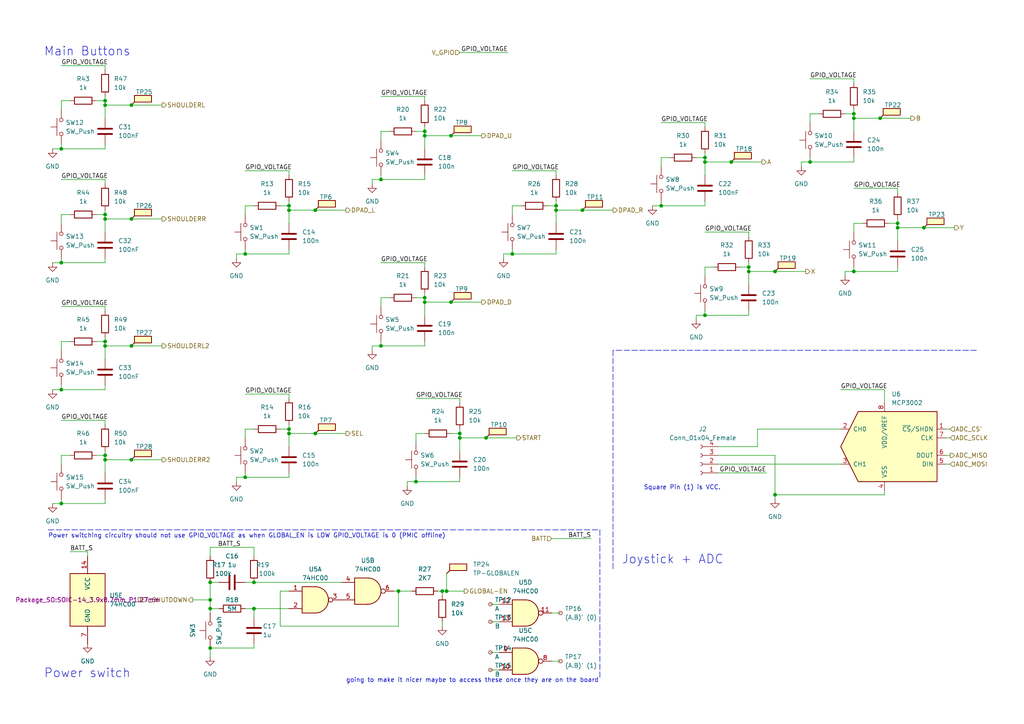
<source format=kicad_sch>
(kicad_sch (version 20211123) (generator eeschema)
  (paper "A4")
  (title_block (date "2022-04-23") (rev "Rev1-Pre") (comment 1 "https://github.com/cinnamondev/gamepithing"))
  (lib_symbols
    (symbol "74xx:74HC00" (pin_names (offset 1.016))
      (property "Reference" "U" (at 0 1.27 0))
      (property "Value" "74HC00" (at 0 -1.27 0))
      (symbol "74HC00_1_1"
        (pin input line (at -7.62 2.54 0) (length 3.81) (name "~") (number "1"))
        (pin input line (at -7.62 -2.54 0) (length 3.81) (name "~") (number "2"))
        (pin output inverted (at 7.62 0 180) (length 3.81) (name "~") (number "3"))
      )
      (symbol "74HC00_1_2"
        (pin input inverted (at -7.62 2.54 0) (length 4.318) (name "~") (number "1"))
        (pin input inverted (at -7.62 -2.54 0) (length 4.318) (name "~") (number "2"))
        (pin output line (at 7.62 0 180) (length 3.81) (name "~") (number "3"))
      )
      (symbol "74HC00_2_1"
        (pin input line (at -7.62 2.54 0) (length 3.81) (name "~") (number "4"))
        (pin input line (at -7.62 -2.54 0) (length 3.81) (name "~") (number "5"))
        (pin output inverted (at 7.62 0 180) (length 3.81) (name "~") (number "6"))
      )
      (symbol "74HC00_2_2"
        (pin input inverted (at -7.62 2.54 0) (length 4.318) (name "~") (number "4"))
        (pin input inverted (at -7.62 -2.54 0) (length 4.318) (name "~") (number "5"))
        (pin output line (at 7.62 0 180) (length 3.81) (name "~") (number "6"))
      )
      (symbol "74HC00_3_1"
        (pin input line (at -7.62 -2.54 0) (length 3.81) (name "~") (number "10"))
        (pin output inverted (at 7.62 0 180) (length 3.81) (name "~") (number "8"))
        (pin input line (at -7.62 2.54 0) (length 3.81) (name "~") (number "9"))
      )
      (symbol "74HC00_3_2"
        (pin input inverted (at -7.62 -2.54 0) (length 4.318) (name "~") (number "10"))
        (pin output line (at 7.62 0 180) (length 3.81) (name "~") (number "8"))
        (pin input inverted (at -7.62 2.54 0) (length 4.318) (name "~") (number "9"))
      )
      (symbol "74HC00_4_1"
        (pin output inverted (at 7.62 0 180) (length 3.81) (name "~") (number "11"))
        (pin input line (at -7.62 2.54 0) (length 3.81) (name "~") (number "12"))
        (pin input line (at -7.62 -2.54 0) (length 3.81) (name "~") (number "13"))
      )
      (symbol "74HC00_4_2"
        (pin output line (at 7.62 0 180) (length 3.81) (name "~") (number "11"))
        (pin input inverted (at -7.62 2.54 0) (length 4.318) (name "~") (number "12"))
        (pin input inverted (at -7.62 -2.54 0) (length 4.318) (name "~") (number "13"))
      )
      (symbol "74HC00_5_0"
        (pin power_in line (at 0 12.7 270) (length 5.08) (name "VCC") (number "14"))
        (pin power_in line (at 0 -12.7 90) (length 5.08) (name "GND") (number "7"))
      )
    )
    (symbol "Analog_ADC:MCP3002" (pin_names (offset 1.016))
      (property "Reference" "U" (at -6.35 11.43 0))
      (property "Value" "MCP3002" (at 11.43 11.43 0))
      (symbol "MCP3002_1_1"
        (pin input line (at 17.78 5.08 180) (length 2.54) (name "~{CS}/SHDN") (number "1"))
        (pin passive line (at -12.7 5.08 0) (length 2.54) (name "CH0") (number "2"))
        (pin passive line (at -12.7 -5.08 0) (length 2.54) (name "CH1") (number "3"))
        (pin power_in line (at 0 -12.7 90) (length 2.54) (name "VSS") (number "4"))
        (pin input line (at 17.78 -5.08 180) (length 2.54) (name "DIN") (number "5"))
        (pin output line (at 17.78 -2.54 180) (length 2.54) (name "DOUT") (number "6"))
        (pin input line (at 17.78 2.54 180) (length 2.54) (name "CLK") (number "7"))
        (pin power_in line (at 0 12.7 270) (length 2.54) (name "VDD/VREF") (number "8"))
      )
    )
    (symbol "Connector:Conn_01x04_Female" (pin_names (offset 1.016) hide)
      (property "Reference" "J" (at 0 5.08 0))
      (property "Value" "Conn_01x04_Female" (at 0 -7.62 0))
      (symbol "Conn_01x04_Female_1_1"
        (pin passive line (at -5.08 2.54 0) (length 3.81) (name "Pin_1") (number "1"))
        (pin passive line (at -5.08 0 0) (length 3.81) (name "Pin_2") (number "2"))
        (pin passive line (at -5.08 -2.54 0) (length 3.81) (name "Pin_3") (number "3"))
        (pin passive line (at -5.08 -5.08 0) (length 3.81) (name "Pin_4") (number "4"))
      )
    )
    (symbol "Connector:TestPoint_Flag" (pin_numbers hide) (pin_names (offset 0.762) hide)
      (property "Reference" "TP" (at 3.429 1.778 0))
      (property "Value" "TestPoint_Flag" (at 3.302 4.191 0))
      (symbol "TestPoint_Flag_1_1"
        (pin passive line (at 0 0 90) (length 0) (name "1") (number "1"))
      )
    )
    (symbol "Connector:TestPoint_Small" (pin_numbers hide) (pin_names (offset 0.762) hide)
      (property "Reference" "TP" (at 0 3.81 0))
      (property "Value" "TestPoint_Small" (at 0 2.032 0))
      (symbol "TestPoint_Small_1_1"
        (pin passive line (at 0 0 90) (length 0) (name "1") (number "1"))
      )
    )
    (symbol "Device:C" (pin_numbers hide) (pin_names (offset 0.254))
      (property "Reference" "C" (at 0.635 2.54 0))
      (property "Value" "C" (at 0.635 -2.54 0))
      (symbol "C_1_1"
        (pin passive line (at 0 3.81 270) (length 2.794) (name "~") (number "1"))
        (pin passive line (at 0 -3.81 90) (length 2.794) (name "~") (number "2"))
      )
    )
    (symbol "Device:R" (pin_numbers hide) (pin_names (offset 0))
      (property "Reference" "R" (at 2.032 0 90))
      (property "Value" "R" (at 0 0 90))
      (symbol "R_1_1"
        (pin passive line (at 0 3.81 270) (length 1.27) (name "~") (number "1"))
        (pin passive line (at 0 -3.81 90) (length 1.27) (name "~") (number "2"))
      )
    )
    (symbol "Switch:SW_Push" (pin_numbers hide) (pin_names (offset 1.016) hide)
      (property "Reference" "SW" (at 1.27 2.54 0))
      (property "Value" "SW_Push" (at 0 -1.524 0))
      (symbol "SW_Push_0_1"
        (pin passive line (at -5.08 0 0) (length 2.54) (name "1") (number "1"))
        (pin passive line (at 5.08 0 180) (length 2.54) (name "2") (number "2"))
      )
    )
    (symbol "power:GND" (power) (pin_names (offset 0))
      (property "Value" "GND" (at 0 -3.81 0))
      (symbol "GND_1_1"
        (pin power_in line (at 0 0 270) (length 0) hide (name "GND") (number "1"))
      )
    )
  )
  (junction (at 204.47 91.44))
  (junction (at 148.59 73.66))
  (junction (at 191.77 59.69))
  (junction (at 130.81 39.37))
  (junction (at 115.57 171.45))
  (junction (at 133.35 125.73))
  (junction (at 91.44 125.73))
  (junction (at 30.48 133.35))
  (junction (at 83.82 124.46))
  (junction (at 123.19 39.37))
  (junction (at 204.47 45.72))
  (junction (at 30.48 100.33))
  (junction (at 17.78 76.2))
  (junction (at 123.19 87.63))
  (junction (at 120.65 139.7))
  (junction (at 71.12 138.43))
  (junction (at 247.65 33.02))
  (junction (at 168.91 60.96))
  (junction (at 71.12 73.66))
  (junction (at 161.29 59.69))
  (junction (at 247.65 34.29))
  (junction (at 212.09 46.99))
  (junction (at 217.17 77.47))
  (junction (at 247.65 78.74))
  (junction (at 110.49 100.33))
  (junction (at 17.78 113.03))
  (junction (at 17.78 146.05))
  (junction (at 267.97 66.04))
  (junction (at 255.27 34.29))
  (junction (at 224.79 78.74))
  (junction (at 161.29 60.96))
  (junction (at 30.48 132.08))
  (junction (at 38.1 100.33))
  (junction (at 204.47 46.99))
  (junction (at 30.48 62.23))
  (junction (at 38.1 133.35))
  (junction (at 17.78 43.18))
  (junction (at 30.48 30.48))
  (junction (at 110.49 52.07))
  (junction (at 123.19 86.36))
  (junction (at 234.95 46.99))
  (junction (at 60.96 168.91))
  (junction (at 140.97 127))
  (junction (at 83.82 125.73))
  (junction (at 60.96 187.96))
  (junction (at 133.35 127))
  (junction (at 38.1 30.48))
  (junction (at 128.27 171.45))
  (junction (at 260.35 66.04))
  (junction (at 30.48 99.06))
  (junction (at 260.35 64.77))
  (junction (at 38.1 63.5))
  (junction (at 130.81 87.63))
  (junction (at 83.82 59.69))
  (junction (at 73.66 176.53))
  (junction (at 73.66 168.91))
  (junction (at 60.96 176.53))
  (junction (at 30.48 63.5))
  (junction (at 83.82 60.96))
  (junction (at 30.48 29.21))
  (junction (at 224.79 143.51))
  (junction (at 91.44 60.96))
  (junction (at 123.19 38.1))
  (junction (at 129.54 171.45))
  (junction (at 60.96 173.99))
  (junction (at 217.17 78.74))
  (wire (pts (xy 118.11 139.7) (xy 118.11 140.97)))
  (wire (pts (xy 110.49 27.94) (xy 123.19 27.94)))
  (wire (pts (xy 260.35 54.61) (xy 260.35 55.88)))
  (wire (pts (xy 71.12 124.46) (xy 73.66 124.46)))
  (wire (pts (xy 68.58 73.66) (xy 71.12 73.66)))
  (wire (pts (xy 161.29 60.96) (xy 168.91 60.96)))
  (wire (pts (xy 204.47 46.99) (xy 204.47 50.8)))
  (wire (pts (xy 110.49 50.8) (xy 110.49 52.07)))
  (wire (pts (xy 120.65 86.36) (xy 123.19 86.36)))
  (wire (pts (xy 110.49 40.64) (xy 110.49 38.1)))
  (wire (pts (xy 245.11 78.74) (xy 245.11 80.01)))
  (wire (pts (xy 133.35 115.57) (xy 133.35 116.84)))
  (wire (pts (xy 247.65 64.77) (xy 250.19 64.77)))
  (wire (pts (xy 71.12 168.91) (xy 73.66 168.91)))
  (wire (pts (xy 128.27 171.45) (xy 128.27 172.72)))
  (wire (pts (xy 201.93 45.72) (xy 204.47 45.72)))
  (wire (pts (xy 120.65 139.7) (xy 133.35 139.7)))
  (wire (pts (xy 161.29 49.53) (xy 161.29 50.8)))
  (wire (pts (xy 208.28 137.16) (xy 222.25 137.16)))
  (wire (pts (xy 120.65 128.27) (xy 120.65 125.73)))
  (wire (pts (xy 123.19 86.36) (xy 123.19 87.63)))
  (wire (pts (xy 247.65 78.74) (xy 260.35 78.74)))
  (wire (pts (xy 217.17 90.17) (xy 217.17 91.44)))
  (wire (pts (xy 247.65 34.29) (xy 247.65 38.1)))
  (wire (pts (xy 128.27 171.45) (xy 129.54 171.45)))
  (wire (pts (xy 123.19 38.1) (xy 123.19 36.83)))
  (wire (pts (xy 133.35 15.24) (xy 147.32 15.24)))
  (wire (pts (xy 20.32 160.02) (xy 25.4 160.02)))
  (wire (pts (xy 217.17 78.74) (xy 217.17 82.55)))
  (wire (pts (xy 208.28 134.62) (xy 243.84 134.62)))
  (wire (pts (xy 191.77 35.56) (xy 204.47 35.56)))
  (wire (pts (xy 60.96 168.91) (xy 63.5 168.91)))
  (wire (pts (xy 30.48 100.33) (xy 30.48 104.14)))
  (wire (pts (xy 274.32 132.08) (xy 275.59 132.08)))
  (wire (pts (xy 71.12 176.53) (xy 73.66 176.53)))
  (wire (pts (xy 71.12 72.39) (xy 71.12 73.66)))
  (polyline (pts (xy 173.99 153.67) (xy 173.99 196.85)))
  (wire (pts (xy 107.95 100.33) (xy 107.95 101.6)))
  (wire (pts (xy 83.82 72.39) (xy 83.82 73.66)))
  (wire (pts (xy 247.65 33.02) (xy 247.65 34.29)))
  (wire (pts (xy 30.48 62.23) (xy 30.48 60.96)))
  (wire (pts (xy 201.93 91.44) (xy 204.47 91.44)))
  (wire (pts (xy 73.66 158.75) (xy 73.66 161.29)))
  (wire (pts (xy 160.02 177.8) (xy 162.56 177.8)))
  (wire (pts (xy 60.96 158.75) (xy 73.66 158.75)))
  (wire (pts (xy 256.54 142.24) (xy 256.54 143.51)))
  (wire (pts (xy 123.19 87.63) (xy 123.19 91.44)))
  (wire (pts (xy 160.02 156.21) (xy 171.45 156.21)))
  (wire (pts (xy 83.82 125.73) (xy 83.82 129.54)))
  (wire (pts (xy 257.81 64.77) (xy 260.35 64.77)))
  (wire (pts (xy 17.78 99.06) (xy 20.32 99.06)))
  (wire (pts (xy 60.96 187.96) (xy 73.66 187.96)))
  (wire (pts (xy 71.12 127) (xy 71.12 124.46)))
  (wire (pts (xy 247.65 33.02) (xy 247.65 31.75)))
  (wire (pts (xy 158.75 59.69) (xy 161.29 59.69)))
  (wire (pts (xy 247.65 45.72) (xy 247.65 46.99)))
  (wire (pts (xy 274.32 134.62) (xy 275.59 134.62)))
  (wire (pts (xy 71.12 137.16) (xy 71.12 138.43)))
  (wire (pts (xy 120.65 125.73) (xy 123.19 125.73)))
  (wire (pts (xy 81.28 181.61) (xy 81.28 171.45)))
  (wire (pts (xy 110.49 100.33) (xy 123.19 100.33)))
  (wire (pts (xy 191.77 58.42) (xy 191.77 59.69)))
  (wire (pts (xy 17.78 62.23) (xy 20.32 62.23)))
  (wire (pts (xy 128.27 180.34) (xy 128.27 181.61)))
  (wire (pts (xy 214.63 77.47) (xy 217.17 77.47)))
  (wire (pts (xy 73.66 187.96) (xy 73.66 186.69)))
  (wire (pts (xy 68.58 138.43) (xy 71.12 138.43)))
  (wire (pts (xy 30.48 29.21) (xy 30.48 27.94)))
  (wire (pts (xy 133.35 125.73) (xy 133.35 127)))
  (wire (pts (xy 114.3 171.45) (xy 115.57 171.45)))
  (wire (pts (xy 73.66 168.91) (xy 99.06 168.91)))
  (wire (pts (xy 83.82 60.96) (xy 91.44 60.96)))
  (wire (pts (xy 243.84 113.03) (xy 256.54 113.03)))
  (wire (pts (xy 30.48 121.92) (xy 30.48 123.19)))
  (wire (pts (xy 274.32 124.46) (xy 275.59 124.46)))
  (wire (pts (xy 68.58 73.66) (xy 68.58 74.93)))
  (wire (pts (xy 189.23 59.69) (xy 191.77 59.69)))
  (wire (pts (xy 161.29 72.39) (xy 161.29 73.66)))
  (wire (pts (xy 83.82 49.53) (xy 83.82 50.8)))
  (wire (pts (xy 217.17 78.74) (xy 224.79 78.74)))
  (wire (pts (xy 245.11 78.74) (xy 247.65 78.74)))
  (wire (pts (xy 217.17 77.47) (xy 217.17 78.74)))
  (wire (pts (xy 15.24 43.18) (xy 17.78 43.18)))
  (wire (pts (xy 267.97 66.04) (xy 276.86 66.04)))
  (wire (pts (xy 30.48 30.48) (xy 30.48 34.29)))
  (wire (pts (xy 110.49 88.9) (xy 110.49 86.36)))
  (wire (pts (xy 81.28 171.45) (xy 83.82 171.45)))
  (wire (pts (xy 60.96 176.53) (xy 60.96 177.8)))
  (wire (pts (xy 30.48 133.35) (xy 38.1 133.35)))
  (wire (pts (xy 161.29 60.96) (xy 161.29 64.77)))
  (wire (pts (xy 168.91 60.96) (xy 177.8 60.96)))
  (wire (pts (xy 110.49 52.07) (xy 123.19 52.07)))
  (wire (pts (xy 17.78 144.78) (xy 17.78 146.05)))
  (polyline (pts (xy 283.21 101.6) (xy 177.8 101.6)))
  (wire (pts (xy 234.95 46.99) (xy 247.65 46.99)))
  (wire (pts (xy 260.35 77.47) (xy 260.35 78.74)))
  (wire (pts (xy 123.19 39.37) (xy 123.19 43.18)))
  (wire (pts (xy 55.88 173.99) (xy 60.96 173.99)))
  (wire (pts (xy 30.48 41.91) (xy 30.48 43.18)))
  (wire (pts (xy 71.12 59.69) (xy 73.66 59.69)))
  (wire (pts (xy 38.1 100.33) (xy 46.99 100.33)))
  (wire (pts (xy 27.94 62.23) (xy 30.48 62.23)))
  (wire (pts (xy 60.96 187.96) (xy 60.96 190.5)))
  (wire (pts (xy 146.05 73.66) (xy 146.05 74.93)))
  (wire (pts (xy 234.95 22.86) (xy 247.65 22.86)))
  (wire (pts (xy 30.48 100.33) (xy 38.1 100.33)))
  (wire (pts (xy 140.97 127) (xy 149.86 127)))
  (wire (pts (xy 110.49 99.06) (xy 110.49 100.33)))
  (wire (pts (xy 247.65 67.31) (xy 247.65 64.77)))
  (wire (pts (xy 142.24 175.26) (xy 144.78 175.26)))
  (wire (pts (xy 204.47 91.44) (xy 217.17 91.44)))
  (wire (pts (xy 204.47 67.31) (xy 217.17 67.31)))
  (wire (pts (xy 224.79 78.74) (xy 233.68 78.74)))
  (wire (pts (xy 224.79 143.51) (xy 224.79 132.08)))
  (wire (pts (xy 219.71 124.46) (xy 243.84 124.46)))
  (wire (pts (xy 204.47 35.56) (xy 204.47 36.83)))
  (wire (pts (xy 15.24 76.2) (xy 17.78 76.2)))
  (wire (pts (xy 204.47 58.42) (xy 204.47 59.69)))
  (wire (pts (xy 129.54 171.45) (xy 134.62 171.45)))
  (wire (pts (xy 30.48 52.07) (xy 30.48 53.34)))
  (wire (pts (xy 146.05 73.66) (xy 148.59 73.66)))
  (wire (pts (xy 217.17 67.31) (xy 217.17 68.58)))
  (wire (pts (xy 260.35 64.77) (xy 260.35 63.5)))
  (wire (pts (xy 133.35 127) (xy 133.35 130.81)))
  (wire (pts (xy 224.79 144.78) (xy 224.79 143.51)))
  (wire (pts (xy 17.78 41.91) (xy 17.78 43.18)))
  (wire (pts (xy 123.19 99.06) (xy 123.19 100.33)))
  (wire (pts (xy 208.28 129.54) (xy 219.71 129.54)))
  (wire (pts (xy 30.48 88.9) (xy 30.48 90.17)))
  (wire (pts (xy 212.09 46.99) (xy 220.98 46.99)))
  (wire (pts (xy 232.41 46.99) (xy 232.41 48.26)))
  (wire (pts (xy 91.44 125.73) (xy 100.33 125.73)))
  (wire (pts (xy 123.19 86.36) (xy 123.19 85.09)))
  (wire (pts (xy 81.28 124.46) (xy 83.82 124.46)))
  (wire (pts (xy 60.96 176.53) (xy 63.5 176.53)))
  (wire (pts (xy 120.65 115.57) (xy 133.35 115.57)))
  (wire (pts (xy 17.78 74.93) (xy 17.78 76.2)))
  (wire (pts (xy 118.11 139.7) (xy 120.65 139.7)))
  (wire (pts (xy 260.35 64.77) (xy 260.35 66.04)))
  (wire (pts (xy 30.48 132.08) (xy 30.48 130.81)))
  (wire (pts (xy 110.49 86.36) (xy 113.03 86.36)))
  (wire (pts (xy 274.32 127) (xy 275.59 127)))
  (wire (pts (xy 204.47 80.01) (xy 204.47 77.47)))
  (wire (pts (xy 204.47 46.99) (xy 212.09 46.99)))
  (wire (pts (xy 148.59 59.69) (xy 151.13 59.69)))
  (wire (pts (xy 142.24 180.34) (xy 144.78 180.34)))
  (wire (pts (xy 201.93 91.44) (xy 201.93 92.71)))
  (wire (pts (xy 91.44 60.96) (xy 100.33 60.96)))
  (wire (pts (xy 27.94 132.08) (xy 30.48 132.08)))
  (wire (pts (xy 17.78 43.18) (xy 30.48 43.18)))
  (wire (pts (xy 133.35 138.43) (xy 133.35 139.7)))
  (wire (pts (xy 83.82 60.96) (xy 83.82 64.77)))
  (wire (pts (xy 217.17 77.47) (xy 217.17 76.2)))
  (wire (pts (xy 161.29 59.69) (xy 161.29 60.96)))
  (wire (pts (xy 81.28 181.61) (xy 115.57 181.61)))
  (wire (pts (xy 260.35 66.04) (xy 260.35 69.85)))
  (wire (pts (xy 204.47 90.17) (xy 204.47 91.44)))
  (wire (pts (xy 17.78 64.77) (xy 17.78 62.23)))
  (wire (pts (xy 130.81 125.73) (xy 133.35 125.73)))
  (wire (pts (xy 38.1 133.35) (xy 46.99 133.35)))
  (wire (pts (xy 107.95 52.07) (xy 107.95 53.34)))
  (wire (pts (xy 160.02 191.77) (xy 162.56 191.77)))
  (wire (pts (xy 219.71 129.54) (xy 219.71 124.46)))
  (wire (pts (xy 120.65 138.43) (xy 120.65 139.7)))
  (wire (pts (xy 120.65 38.1) (xy 123.19 38.1)))
  (wire (pts (xy 224.79 143.51) (xy 256.54 143.51)))
  (wire (pts (xy 17.78 113.03) (xy 30.48 113.03)))
  (wire (pts (xy 260.35 66.04) (xy 267.97 66.04)))
  (wire (pts (xy 30.48 99.06) (xy 30.48 100.33)))
  (wire (pts (xy 83.82 59.69) (xy 83.82 60.96)))
  (polyline (pts (xy 13.97 153.67) (xy 173.99 153.67)))
  (wire (pts (xy 17.78 31.75) (xy 17.78 29.21)))
  (wire (pts (xy 191.77 45.72) (xy 194.31 45.72)))
  (wire (pts (xy 68.58 138.43) (xy 68.58 139.7)))
  (wire (pts (xy 17.78 29.21) (xy 20.32 29.21)))
  (wire (pts (xy 71.12 62.23) (xy 71.12 59.69)))
  (wire (pts (xy 83.82 124.46) (xy 83.82 123.19)))
  (wire (pts (xy 81.28 59.69) (xy 83.82 59.69)))
  (wire (pts (xy 15.24 146.05) (xy 17.78 146.05)))
  (wire (pts (xy 15.24 113.03) (xy 17.78 113.03)))
  (wire (pts (xy 83.82 124.46) (xy 83.82 125.73)))
  (wire (pts (xy 30.48 63.5) (xy 30.48 67.31)))
  (wire (pts (xy 234.95 45.72) (xy 234.95 46.99)))
  (wire (pts (xy 17.78 121.92) (xy 30.48 121.92)))
  (wire (pts (xy 30.48 62.23) (xy 30.48 63.5)))
  (wire (pts (xy 30.48 99.06) (xy 30.48 97.79)))
  (wire (pts (xy 115.57 171.45) (xy 119.38 171.45)))
  (wire (pts (xy 255.27 34.29) (xy 264.16 34.29)))
  (wire (pts (xy 71.12 73.66) (xy 83.82 73.66)))
  (wire (pts (xy 107.95 100.33) (xy 110.49 100.33)))
  (wire (pts (xy 71.12 49.53) (xy 83.82 49.53)))
  (wire (pts (xy 191.77 48.26) (xy 191.77 45.72)))
  (wire (pts (xy 30.48 19.05) (xy 30.48 20.32)))
  (wire (pts (xy 110.49 76.2) (xy 123.19 76.2)))
  (wire (pts (xy 30.48 144.78) (xy 30.48 146.05)))
  (wire (pts (xy 38.1 63.5) (xy 46.99 63.5)))
  (wire (pts (xy 234.95 33.02) (xy 237.49 33.02)))
  (wire (pts (xy 208.28 132.08) (xy 224.79 132.08)))
  (wire (pts (xy 25.4 160.02) (xy 25.4 161.29)))
  (wire (pts (xy 30.48 133.35) (xy 30.48 137.16)))
  (wire (pts (xy 30.48 29.21) (xy 30.48 30.48)))
  (wire (pts (xy 17.78 146.05) (xy 30.48 146.05)))
  (wire (pts (xy 256.54 113.03) (xy 256.54 116.84)))
  (wire (pts (xy 247.65 77.47) (xy 247.65 78.74)))
  (wire (pts (xy 161.29 59.69) (xy 161.29 58.42)))
  (wire (pts (xy 73.66 176.53) (xy 83.82 176.53)))
  (wire (pts (xy 17.78 52.07) (xy 30.48 52.07)))
  (wire (pts (xy 17.78 19.05) (xy 30.48 19.05)))
  (wire (pts (xy 30.48 30.48) (xy 38.1 30.48)))
  (wire (pts (xy 110.49 38.1) (xy 113.03 38.1)))
  (wire (pts (xy 130.81 39.37) (xy 139.7 39.37)))
  (wire (pts (xy 247.65 22.86) (xy 247.65 24.13)))
  (wire (pts (xy 148.59 62.23) (xy 148.59 59.69)))
  (wire (pts (xy 83.82 114.3) (xy 83.82 115.57)))
  (wire (pts (xy 17.78 134.62) (xy 17.78 132.08)))
  (wire (pts (xy 123.19 39.37) (xy 130.81 39.37)))
  (wire (pts (xy 123.19 76.2) (xy 123.19 77.47)))
  (wire (pts (xy 204.47 77.47) (xy 207.01 77.47)))
  (wire (pts (xy 38.1 30.48) (xy 46.99 30.48)))
  (wire (pts (xy 142.24 194.31) (xy 144.78 194.31)))
  (wire (pts (xy 234.95 35.56) (xy 234.95 33.02)))
  (wire (pts (xy 83.82 59.69) (xy 83.82 58.42)))
  (wire (pts (xy 148.59 72.39) (xy 148.59 73.66)))
  (wire (pts (xy 133.35 125.73) (xy 133.35 124.46)))
  (wire (pts (xy 148.59 49.53) (xy 161.29 49.53)))
  (wire (pts (xy 115.57 171.45) (xy 115.57 181.61)))
  (wire (pts (xy 17.78 76.2) (xy 30.48 76.2)))
  (wire (pts (xy 71.12 138.43) (xy 83.82 138.43)))
  (wire (pts (xy 30.48 111.76) (xy 30.48 113.03)))
  (wire (pts (xy 30.48 132.08) (xy 30.48 133.35)))
  (wire (pts (xy 123.19 38.1) (xy 123.19 39.37)))
  (wire (pts (xy 17.78 111.76) (xy 17.78 113.03)))
  (wire (pts (xy 83.82 137.16) (xy 83.82 138.43)))
  (wire (pts (xy 123.19 50.8) (xy 123.19 52.07)))
  (wire (pts (xy 71.12 114.3) (xy 83.82 114.3)))
  (wire (pts (xy 247.65 54.61) (xy 260.35 54.61)))
  (wire (pts (xy 60.96 173.99) (xy 60.96 176.53)))
  (wire (pts (xy 17.78 88.9) (xy 30.48 88.9)))
  (wire (pts (xy 123.19 27.94) (xy 123.19 29.21)))
  (wire (pts (xy 191.77 59.69) (xy 204.47 59.69)))
  (wire (pts (xy 129.54 166.37) (xy 129.54 171.45)))
  (wire (pts (xy 142.24 189.23) (xy 144.78 189.23)))
  (wire (pts (xy 107.95 52.07) (xy 110.49 52.07)))
  (wire (pts (xy 204.47 45.72) (xy 204.47 44.45)))
  (wire (pts (xy 27.94 29.21) (xy 30.48 29.21)))
  (wire (pts (xy 148.59 73.66) (xy 161.29 73.66)))
  (wire (pts (xy 60.96 168.91) (xy 60.96 173.99)))
  (wire (pts (xy 133.35 127) (xy 140.97 127)))
  (wire (pts (xy 27.94 99.06) (xy 30.48 99.06)))
  (wire (pts (xy 60.96 161.29) (xy 60.96 158.75)))
  (wire (pts (xy 232.41 46.99) (xy 234.95 46.99)))
  (wire (pts (xy 30.48 74.93) (xy 30.48 76.2)))
  (wire (pts (xy 127 171.45) (xy 128.27 171.45)))
  (wire (pts (xy 73.66 176.53) (xy 73.66 179.07)))
  (wire (pts (xy 247.65 34.29) (xy 255.27 34.29)))
  (wire (pts (xy 123.19 87.63) (xy 130.81 87.63)))
  (wire (pts (xy 83.82 125.73) (xy 91.44 125.73)))
  (wire (pts (xy 130.81 87.63) (xy 139.7 87.63)))
  (wire (pts (xy 245.11 33.02) (xy 247.65 33.02)))
  (wire (pts (xy 204.47 45.72) (xy 204.47 46.99)))
  (wire (pts (xy 30.48 63.5) (xy 38.1 63.5)))
  (wire (pts (xy 17.78 101.6) (xy 17.78 99.06)))
  (polyline (pts (xy 177.8 101.6) (xy 177.8 165.1)))
  (wire (pts (xy 17.78 132.08) (xy 20.32 132.08)))
  (text "Joystick + ADC" (at 180.34 163.83 0) (effects (font (size 2.54 2.54)) (justify left bottom)))
  (text "going to make it nicer maybe to access these once they are on the board" (at 100.33 198.12 0) (effects (font (size 1.27 1.27)) (justify left bottom)))
  (text "Power switching circuitry should not use GPIO_VOLTAGE as when GLOBAL_EN is LOW GPIO_VOLTAGE is 0 (PMIC offline)" (at 13.97 156.21 0) (effects (font (size 1.27 1.27)) (justify left bottom)))
  (text "Square Pin (1) is VCC.\n" (at 186.69 142.24 0) (effects (font (size 1.27 1.27)) (justify left bottom)))
  (text "Main Buttons" (at 12.7 16.51 0) (effects (font (size 2.54 2.54)) (justify left bottom)))
  (text "Power switch" (at 12.7 196.85 0) (effects (font (size 2.54 2.54)) (justify left bottom)))
  (label "BATT_S" (at 171.45 156.21 180))
  (label "GPIO_VOLTAGE" (at 17.78 121.92 0))
  (label "GPIO_VOLTAGE" (at 71.12 114.3 0))
  (label "GPIO_VOLTAGE" (at 191.77 35.56 0))
  (label "GPIO_VOLTAGE" (at 110.49 76.2 0))
  (label "GPIO_VOLTAGE" (at 17.78 19.05 0))
  (label "GPIO_VOLTAGE" (at 147.32 15.24 180))
  (label "GPIO_VOLTAGE" (at 204.47 67.31 0))
  (label "GPIO_VOLTAGE" (at 247.65 54.61 0))
  (label "GPIO_VOLTAGE" (at 17.78 88.9 0))
  (label "GPIO_VOLTAGE" (at 120.65 115.57 0))
  (label "BATT_S" (at 20.32 160.02 0))
  (label "GPIO_VOLTAGE" (at 234.95 22.86 0))
  (label "GPIO_VOLTAGE" (at 243.84 113.03 0))
  (label "GPIO_VOLTAGE" (at 110.49 27.94 0))
  (label "GPIO_VOLTAGE" (at 17.78 52.07 0))
  (label "GPIO_VOLTAGE" (at 222.25 137.16 180))
  (label "BATT_S" (at 69.85 158.75 180))
  (label "GPIO_VOLTAGE" (at 148.59 49.53 0))
  (label "GPIO_VOLTAGE" (at 71.12 49.53 0))
  (hierarchical_label "A" (shape output) (at 220.98 46.99 0))
  (hierarchical_label "B" (shape output) (at 264.16 34.29 0))
  (hierarchical_label "Y" (shape output) (at 276.86 66.04 0))
  (hierarchical_label "V_GPIO" (shape input) (at 133.35 15.24 180))
  (hierarchical_label "SHOULDERR" (shape output) (at 46.99 63.5 0))
  (hierarchical_label "ADC_SCLK" (shape input) (at 275.59 127 0))
  (hierarchical_label "ADC_MISO" (shape output) (at 275.59 132.08 0))
  (hierarchical_label "ADC_CS'" (shape input) (at 275.59 124.46 0))
  (hierarchical_label "SHOULDERL2" (shape output) (at 46.99 100.33 0))
  (hierarchical_label "SEL" (shape output) (at 100.33 125.73 0))
  (hierarchical_label "SHOULDERL" (shape output) (at 46.99 30.48 0))
  (hierarchical_label "SHOULDERR2" (shape output) (at 46.99 133.35 0))
  (hierarchical_label "ADC_MOSI" (shape input) (at 275.59 134.62 0))
  (hierarchical_label "DPAD_R" (shape output) (at 177.8 60.96 0))
  (hierarchical_label "DPAD_L" (shape output) (at 100.33 60.96 0))
  (hierarchical_label "DPAD_D" (shape output) (at 139.7 87.63 0))
  (hierarchical_label "DET_SHUTDOWN" (shape output) (at 55.88 173.99 180))
  (hierarchical_label "BATT" (shape input) (at 160.02 156.21 180))
  (hierarchical_label "X" (shape output) (at 233.68 78.74 0))
  (hierarchical_label "GLOBAL-EN" (shape output) (at 134.62 171.45 0))
  (hierarchical_label "START" (shape output) (at 149.86 127 0))
  (hierarchical_label "DPAD_U" (shape output) (at 139.7 39.37 0))
  (symbol (lib_id "Device:R") (at 198.12 45.72 90) (unit 1)
    (property "Reference" "R30" (at 198.12 39.37 90))
    (property "Value" "1k" (at 198.12 41.91 90))
    (property "Footprint" "Resistor_SMD:R_0805_2012Metric_Pad1.20x1.40mm_HandSolder" (effects hide))
  )
  (symbol (lib_id "Switch:SW_Push") (at 191.77 53.34 90) (unit 1)
    (property "Reference" "SW8" (at 193.04 52.0699 90) (effects (justify right)))
    (property "Value" "SW_Push" (at 193.04 54.6099 90) (effects (justify right)))
    (property "Footprint" "CM4IO:SW_PTS526_SMG15_SMTR2_LFS" (effects hide))
  )
  (symbol (lib_id "Device:R") (at 30.48 93.98 0) (unit 1)
    (property "Reference" "R49" (at 33.02 92.7099 0) (effects (justify left)))
    (property "Value" "10k" (at 33.02 95.2499 0) (effects (justify left)))
    (property "Footprint" "Resistor_SMD:R_0805_2012Metric_Pad1.20x1.40mm_HandSolder" (effects hide))
  )
  (symbol (lib_id "Switch:SW_Push") (at 204.47 85.09 90) (unit 1)
    (property "Reference" "SW9" (at 205.74 83.8199 90) (effects (justify right)))
    (property "Value" "SW_Push" (at 205.74 86.3599 90) (effects (justify right)))
    (property "Footprint" "CM4IO:SW_PTS526_SMG15_SMTR2_LFS" (effects hide))
  )
  (symbol (lib_id "Device:R") (at 30.48 24.13 0) (unit 1)
    (property "Reference" "R47" (at 33.02 22.8599 0) (effects (justify left)))
    (property "Value" "10k" (at 33.02 25.3999 0) (effects (justify left)))
    (property "Footprint" "Resistor_SMD:R_0805_2012Metric_Pad1.20x1.40mm_HandSolder" (effects hide))
  )
  (symbol (lib_id "power:GND") (at 68.58 139.7 0) (unit 1)
    (property "Reference" "#PWR024" (effects hide))
    (property "Value" "GND" (at 68.58 144.78 0))
  )
  (symbol (lib_id "Device:R") (at 24.13 62.23 90) (unit 1)
    (property "Reference" "R44" (at 24.13 55.88 90))
    (property "Value" "1k" (at 24.13 58.42 90))
    (property "Footprint" "Resistor_SMD:R_0805_2012Metric_Pad1.20x1.40mm_HandSolder" (effects hide))
  )
  (symbol (lib_id "Device:R") (at 116.84 38.1 90) (unit 1)
    (property "Reference" "R20" (at 116.84 31.75 90))
    (property "Value" "1k" (at 116.84 34.29 90))
    (property "Footprint" "Resistor_SMD:R_0805_2012Metric_Pad1.20x1.40mm_HandSolder" (effects hide))
  )
  (symbol (lib_id "power:GND") (at 15.24 76.2 0) (unit 1)
    (property "Reference" "#PWR0104" (effects hide))
    (property "Value" "GND" (at 15.24 81.28 0))
  )
  (symbol (lib_id "Device:C") (at 204.47 54.61 0) (unit 1)
    (property "Reference" "C22" (at 208.28 53.3399 0) (effects (justify left)))
    (property "Value" "100nF" (at 208.28 55.8799 0) (effects (justify left)))
    (property "Footprint" "Capacitor_SMD:C_0805_2012Metric_Pad1.18x1.45mm_HandSolder" (effects hide))
  )
  (symbol (lib_id "Device:R") (at 260.35 59.69 0) (unit 1)
    (property "Reference" "R37" (at 262.89 58.4199 0) (effects (justify left)))
    (property "Value" "10k" (at 262.89 60.9599 0) (effects (justify left)))
    (property "Footprint" "Resistor_SMD:R_0805_2012Metric_Pad1.20x1.40mm_HandSolder" (effects hide))
  )
  (symbol (lib_id "Device:C") (at 30.48 71.12 0) (unit 1)
    (property "Reference" "C32" (at 34.29 69.8499 0) (effects (justify left)))
    (property "Value" "100nF" (at 34.29 72.3899 0) (effects (justify left)))
    (property "Footprint" "Capacitor_SMD:C_0805_2012Metric_Pad1.18x1.45mm_HandSolder" (effects hide))
  )
  (symbol (lib_id "power:GND") (at 232.41 48.26 0) (unit 1)
    (property "Reference" "#PWR034" (effects hide))
    (property "Value" "GND" (at 232.41 53.34 0))
  )
  (symbol (lib_id "Device:C") (at 67.31 168.91 90) (unit 1)
    (property "Reference" "C16" (at 67.31 161.29 90))
    (property "Value" "1u" (at 67.31 163.83 90))
    (property "Footprint" "Capacitor_SMD:C_0805_2012Metric_Pad1.18x1.45mm_HandSolder" (effects hide))
  )
  (symbol (lib_id "Connector:TestPoint_Flag") (at 129.54 166.37 0) (unit 1)
    (property "Reference" "TP24" (at 137.16 163.7029 0) (effects (justify left)))
    (property "Value" "TP-GLOBALEN" (at 137.16 166.2429 0) (effects (justify left)))
    (property "Footprint" "TestPoint:TestPoint_THTPad_1.0x1.0mm_Drill0.5mm" (effects hide))
  )
  (symbol (lib_id "Connector:TestPoint_Small") (at 142.24 189.23 0) (unit 1)
    (property "Reference" "TP14" (at 143.51 187.9599 0) (effects (justify left)))
    (property "Value" "A" (at 143.51 190.4999 0) (effects (justify left)))
    (property "Footprint" "TestPoint:TestPoint_THTPad_1.0x1.0mm_Drill0.5mm" (effects hide))
  )
  (symbol (lib_id "Device:R") (at 123.19 81.28 0) (unit 1)
    (property "Reference" "R23" (at 125.73 80.0099 0) (effects (justify left)))
    (property "Value" "10k" (at 125.73 82.5499 0) (effects (justify left)))
    (property "Footprint" "Resistor_SMD:R_0805_2012Metric_Pad1.20x1.40mm_HandSolder" (effects hide))
  )
  (symbol (lib_id "Switch:SW_Push") (at 110.49 45.72 90) (unit 1)
    (property "Reference" "SW4" (at 111.76 44.4499 90) (effects (justify right)))
    (property "Value" "SW_Push" (at 111.76 46.9899 90) (effects (justify right)))
    (property "Footprint" "CM4IO:SW_PTS526_SMG15_SMTR2_LFS" (effects hide))
  )
  (symbol (lib_id "Device:C") (at 217.17 86.36 0) (unit 1)
    (property "Reference" "C23" (at 220.98 85.0899 0) (effects (justify left)))
    (property "Value" "100n" (at 220.98 87.6299 0) (effects (justify left)))
    (property "Footprint" "Capacitor_SMD:C_0805_2012Metric_Pad1.18x1.45mm_HandSolder" (effects hide))
  )
  (symbol (lib_id "Device:R") (at 30.48 127 0) (unit 1)
    (property "Reference" "R50" (at 33.02 125.7299 0) (effects (justify left)))
    (property "Value" "10k" (at 33.02 128.2699 0) (effects (justify left)))
    (property "Footprint" "Resistor_SMD:R_0805_2012Metric_Pad1.20x1.40mm_HandSolder" (effects hide))
  )
  (symbol (lib_id "Connector:TestPoint_Small") (at 162.56 177.8 0) (unit 1)
    (property "Reference" "TP16" (at 163.83 176.5299 0) (effects (justify left)))
    (property "Value" "(A.B)' (0)" (at 163.83 179.0699 0) (effects (justify left)))
    (property "Footprint" "TestPoint:TestPoint_THTPad_1.0x1.0mm_Drill0.5mm" (effects hide))
  )
  (symbol (lib_id "Device:C") (at 30.48 140.97 0) (unit 1)
    (property "Reference" "C34" (at 34.29 139.6999 0) (effects (justify left)))
    (property "Value" "100nF" (at 34.29 142.2399 0) (effects (justify left)))
    (property "Footprint" "Capacitor_SMD:C_0805_2012Metric_Pad1.18x1.45mm_HandSolder" (effects hide))
  )
  (symbol (lib_id "Device:R") (at 123.19 33.02 0) (unit 1)
    (property "Reference" "R22" (at 125.73 31.7499 0) (effects (justify left)))
    (property "Value" "10k" (at 125.73 34.2899 0) (effects (justify left)))
    (property "Footprint" "Resistor_SMD:R_0805_2012Metric_Pad1.20x1.40mm_HandSolder" (effects hide))
  )
  (symbol (lib_id "Connector:TestPoint_Flag") (at 91.44 125.73 0) (unit 1)
    (property "Reference" "TP7" (at 92.71 121.92 0) (effects (justify left)))
    (property "Value" "SEL" (effects hide))
    (property "Footprint" "TestPoint:TestPoint_THTPad_1.0x1.0mm_Drill0.5mm" (effects hide))
  )
  (symbol (lib_id "Device:C") (at 133.35 134.62 0) (unit 1)
    (property "Reference" "C20" (at 137.16 133.3499 0) (effects (justify left)))
    (property "Value" "100n" (at 137.16 135.8899 0) (effects (justify left)))
    (property "Footprint" "Capacitor_SMD:C_0805_2012Metric_Pad1.18x1.45mm_HandSolder" (effects hide))
  )
  (symbol (lib_id "Connector:TestPoint_Flag") (at 212.09 46.99 0) (unit 1)
    (property "Reference" "TP18" (at 213.36 43.18 0) (effects (justify left)))
    (property "Value" "A" (effects hide))
    (property "Footprint" "TestPoint:TestPoint_THTPad_1.0x1.0mm_Drill0.5mm" (effects hide))
  )
  (symbol (lib_id "Connector:TestPoint_Flag") (at 224.79 78.74 0) (unit 1)
    (property "Reference" "TP19" (at 226.06 74.93 0) (effects (justify left)))
    (property "Value" "X" (effects hide))
    (property "Footprint" "TestPoint:TestPoint_THTPad_1.0x1.0mm_Drill0.5mm" (effects hide))
  )
  (symbol (lib_id "Switch:SW_Push") (at 17.78 69.85 90) (unit 1)
    (property "Reference" "SW13" (at 19.05 68.5799 90) (effects (justify right)))
    (property "Value" "SW_Push" (at 19.05 71.1199 90) (effects (justify right)))
    (property "Footprint" "CM4IO:SW_PTS526_SMG15_SMTR2_LFS" (effects hide))
  )
  (symbol (lib_id "power:GND") (at 189.23 59.69 0) (unit 1)
    (property "Reference" "#PWR031" (effects hide))
    (property "Value" "GND" (at 189.23 64.77 0))
  )
  (symbol (lib_id "Connector:TestPoint_Flag") (at 140.97 127 0) (unit 1)
    (property "Reference" "TP10" (at 142.24 123.19 0) (effects (justify left)))
    (property "Value" "START" (effects hide))
    (property "Footprint" "TestPoint:TestPoint_THTPad_1.0x1.0mm_Drill0.5mm" (effects hide))
  )
  (symbol (lib_id "Device:R") (at 73.66 165.1 180) (unit 1)
    (property "Reference" "R19" (at 76.2 163.83 0))
    (property "Value" "100k" (at 77.47 166.37 0))
    (property "Footprint" "Resistor_SMD:R_0805_2012Metric_Pad1.20x1.40mm_HandSolder" (effects hide))
  )
  (symbol (lib_id "Switch:SW_Push") (at 71.12 132.08 90) (unit 1)
    (property "Reference" "SW2" (at 72.39 130.8099 90) (effects (justify right)))
    (property "Value" "SW_Push" (at 72.39 133.3499 90) (effects (justify right)))
    (property "Footprint" "CM4IO:SW_PTS526_SMG15_SMTR2_LFS" (effects hide))
  )
  (symbol (lib_id "Switch:SW_Push") (at 148.59 67.31 90) (unit 1)
    (property "Reference" "SW7" (at 149.86 66.0399 90) (effects (justify right)))
    (property "Value" "SW_Push" (at 149.86 68.5799 90) (effects (justify right)))
    (property "Footprint" "CM4IO:SW_PTS526_SMG15_SMTR2_LFS" (effects hide))
  )
  (symbol (lib_id "Switch:SW_Push") (at 71.12 67.31 90) (unit 1)
    (property "Reference" "SW1" (at 72.39 66.0399 90) (effects (justify right)))
    (property "Value" "SW_Push" (at 72.39 68.5799 90) (effects (justify right)))
    (property "Footprint" "CM4IO:SW_PTS526_SMG15_SMTR2_LFS" (effects hide))
  )
  (symbol (lib_id "Device:C") (at 83.82 68.58 0) (unit 1)
    (property "Reference" "C14" (at 87.63 67.3099 0) (effects (justify left)))
    (property "Value" "100n" (at 87.63 69.8499 0) (effects (justify left)))
    (property "Footprint" "Capacitor_SMD:C_0805_2012Metric_Pad1.18x1.45mm_HandSolder" (effects hide))
  )
  (symbol (lib_id "power:GND") (at 15.24 146.05 0) (unit 1)
    (property "Reference" "#PWR0101" (effects hide))
    (property "Value" "GND" (at 15.24 151.13 0))
  )
  (symbol (lib_id "74xx:74HC00") (at 25.4 173.99 0) (unit 5)
    (property "Reference" "U5" (at 31.75 172.7199 0) (effects (justify left)))
    (property "Value" "74HC00" (at 31.75 175.2599 0) (effects (justify left)))
    (property "Footprint" "Package_SO:SOIC-14_3.9x8.7mm_P1.27mm" (at 25.4 173.99 0))
    (property "Datasheet" "http://www.ti.com/lit/gpn/sn74hc00" (effects hide))
  )
  (symbol (lib_id "power:GND") (at 25.4 186.69 0) (unit 1)
    (property "Reference" "#PWR022" (effects hide))
    (property "Value" "GND" (at 25.4 191.77 0))
  )
  (symbol (lib_id "power:GND") (at 107.95 101.6 0) (unit 1)
    (property "Reference" "#PWR027" (effects hide))
    (property "Value" "GND" (at 107.95 106.68 0))
  )
  (symbol (lib_id "Switch:SW_Push") (at 60.96 182.88 90) (unit 1)
    (property "Reference" "SW3" (at 55.88 182.88 0))
    (property "Value" "SW_Push" (at 63.5 182.88 0))
    (property "Footprint" "CM4IO:SW_PTS526_SMG15_SMTR2_LFS" (effects hide))
  )
  (symbol (lib_id "Device:R") (at 204.47 40.64 0) (unit 1)
    (property "Reference" "R31" (at 207.01 39.3699 0) (effects (justify left)))
    (property "Value" "10k" (at 207.01 41.9099 0) (effects (justify left)))
    (property "Footprint" "Resistor_SMD:R_0805_2012Metric_Pad1.20x1.40mm_HandSolder" (effects hide))
  )
  (symbol (lib_id "Switch:SW_Push") (at 120.65 133.35 90) (unit 1)
    (property "Reference" "SW6" (at 121.92 132.0799 90) (effects (justify right)))
    (property "Value" "SW_Push" (at 121.92 134.6199 90) (effects (justify right)))
    (property "Footprint" "CM4IO:SW_PTS526_SMG15_SMTR2_LFS" (effects hide))
  )
  (symbol (lib_id "Device:C") (at 123.19 46.99 0) (unit 1)
    (property "Reference" "C18" (at 127 45.7199 0) (effects (justify left)))
    (property "Value" "100n" (at 127 48.2599 0) (effects (justify left)))
    (property "Footprint" "Capacitor_SMD:C_0805_2012Metric_Pad1.18x1.45mm_HandSolder" (effects hide))
  )
  (symbol (lib_id "Connector:TestPoint_Flag") (at 255.27 34.29 0) (unit 1)
    (property "Reference" "TP22" (at 256.54 30.48 0) (effects (justify left)))
    (property "Value" "B" (effects hide))
    (property "Footprint" "TestPoint:TestPoint_THTPad_1.0x1.0mm_Drill0.5mm" (effects hide))
  )
  (symbol (lib_id "Connector:TestPoint_Small") (at 142.24 180.34 0) (unit 1)
    (property "Reference" "TP13" (at 143.51 179.0699 0) (effects (justify left)))
    (property "Value" "B" (at 143.51 181.6099 0) (effects (justify left)))
    (property "Footprint" "TestPoint:TestPoint_THTPad_1.0x1.0mm_Drill0.5mm" (effects hide))
  )
  (symbol (lib_id "Device:R") (at 77.47 59.69 90) (unit 1)
    (property "Reference" "R13" (at 77.47 53.34 90))
    (property "Value" "1k" (at 77.47 55.88 90))
    (property "Footprint" "Resistor_SMD:R_0805_2012Metric_Pad1.20x1.40mm_HandSolder" (effects hide))
  )
  (symbol (lib_id "Device:R") (at 24.13 29.21 90) (unit 1)
    (property "Reference" "R43" (at 24.13 22.86 90))
    (property "Value" "1k" (at 24.13 25.4 90))
    (property "Footprint" "Resistor_SMD:R_0805_2012Metric_Pad1.20x1.40mm_HandSolder" (effects hide))
  )
  (symbol (lib_id "Connector:TestPoint_Small") (at 142.24 194.31 0) (unit 1)
    (property "Reference" "TP15" (at 143.51 193.0399 0) (effects (justify left)))
    (property "Value" "B" (at 143.51 195.5799 0) (effects (justify left)))
    (property "Footprint" "TestPoint:TestPoint_THTPad_1.0x1.0mm_Drill0.5mm" (effects hide))
  )
  (symbol (lib_id "Device:R") (at 24.13 99.06 90) (unit 1)
    (property "Reference" "R45" (at 24.13 92.71 90))
    (property "Value" "1k" (at 24.13 95.25 90))
    (property "Footprint" "Resistor_SMD:R_0805_2012Metric_Pad1.20x1.40mm_HandSolder" (effects hide))
  )
  (symbol (lib_id "Device:C") (at 30.48 38.1 0) (unit 1)
    (property "Reference" "C31" (at 34.29 36.8299 0) (effects (justify left)))
    (property "Value" "100nF" (at 34.29 39.3699 0) (effects (justify left)))
    (property "Footprint" "Capacitor_SMD:C_0805_2012Metric_Pad1.18x1.45mm_HandSolder" (effects hide))
  )
  (symbol (lib_id "Device:R") (at 30.48 57.15 0) (unit 1)
    (property "Reference" "R48" (at 33.02 55.8799 0) (effects (justify left)))
    (property "Value" "10k" (at 33.02 58.4199 0) (effects (justify left)))
    (property "Footprint" "Resistor_SMD:R_0805_2012Metric_Pad1.20x1.40mm_HandSolder" (effects hide))
  )
  (symbol (lib_id "Device:R") (at 128.27 176.53 0) (unit 1)
    (property "Reference" "R29" (at 130.81 175.2599 0) (effects (justify left)))
    (property "Value" "10k" (at 130.81 177.7999 0) (effects (justify left)))
    (property "Footprint" "Resistor_SMD:R_0805_2012Metric_Pad1.20x1.40mm_HandSolder" (effects hide))
  )
  (symbol (lib_id "Device:R") (at 247.65 27.94 0) (unit 1)
    (property "Reference" "R35" (at 250.19 26.6699 0) (effects (justify left)))
    (property "Value" "10k" (at 250.19 29.2099 0) (effects (justify left)))
    (property "Footprint" "Resistor_SMD:R_0805_2012Metric_Pad1.20x1.40mm_HandSolder" (effects hide))
  )
  (symbol (lib_id "Device:C") (at 83.82 133.35 0) (unit 1)
    (property "Reference" "C15" (at 87.63 132.0799 0) (effects (justify left)))
    (property "Value" "100n" (at 87.63 134.6199 0) (effects (justify left)))
    (property "Footprint" "Capacitor_SMD:C_0805_2012Metric_Pad1.18x1.45mm_HandSolder" (effects hide))
  )
  (symbol (lib_id "Device:C") (at 73.66 182.88 0) (unit 1)
    (property "Reference" "C17" (at 76.2 181.61 0) (effects (justify left)))
    (property "Value" "1u" (at 76.2 184.15 0) (effects (justify left)))
    (property "Footprint" "Capacitor_SMD:C_0805_2012Metric_Pad1.18x1.45mm_HandSolder" (effects hide))
  )
  (symbol (lib_id "Device:C") (at 260.35 73.66 0) (unit 1)
    (property "Reference" "C25" (at 264.16 72.3899 0) (effects (justify left)))
    (property "Value" "100n" (at 264.16 74.9299 0) (effects (justify left)))
    (property "Footprint" "Capacitor_SMD:C_0805_2012Metric_Pad1.18x1.45mm_HandSolder" (effects hide))
  )
  (symbol (lib_id "Switch:SW_Push") (at 17.78 36.83 90) (unit 1)
    (property "Reference" "SW12" (at 19.05 35.5599 90) (effects (justify right)))
    (property "Value" "SW_Push" (at 19.05 38.0999 90) (effects (justify right)))
    (property "Footprint" "CM4IO:SW_PTS526_SMG15_SMTR2_LFS" (effects hide))
  )
  (symbol (lib_id "74xx:74HC00") (at 106.68 171.45 0) (unit 2)
    (property "Reference" "U5" (at 106.68 162.56 0))
    (property "Value" "74HC00" (at 106.68 165.1 0))
    (property "Footprint" "Package_SO:SOIC-14_3.9x8.7mm_P1.27mm" (effects hide))
    (property "Datasheet" "http://www.ti.com/lit/gpn/sn74hc00" (effects hide))
  )
  (symbol (lib_id "Switch:SW_Push") (at 247.65 72.39 90) (unit 1)
    (property "Reference" "SW11" (at 248.92 71.1199 90) (effects (justify right)))
    (property "Value" "SW_Push" (at 248.92 73.6599 90) (effects (justify right)))
    (property "Footprint" "CM4IO:SW_PTS526_SMG15_SMTR2_LFS" (effects hide))
  )
  (symbol (lib_id "Switch:SW_Push") (at 110.49 93.98 90) (unit 1)
    (property "Reference" "SW5" (at 111.76 92.7099 90) (effects (justify right)))
    (property "Value" "SW_Push" (at 111.76 95.2499 90) (effects (justify right)))
    (property "Footprint" "CM4IO:SW_PTS526_SMG15_SMTR2_LFS" (effects hide))
  )
  (symbol (lib_id "Switch:SW_Push") (at 17.78 139.7 90) (unit 1)
    (property "Reference" "SW15" (at 19.05 138.4299 90) (effects (justify right)))
    (property "Value" "SW_Push" (at 19.05 140.9699 90) (effects (justify right)))
    (property "Footprint" "CM4IO:SW_PTS526_SMG15_SMTR2_LFS" (effects hide))
  )
  (symbol (lib_id "Device:R") (at 77.47 124.46 90) (unit 1)
    (property "Reference" "R14" (at 77.47 118.11 90))
    (property "Value" "1k" (at 77.47 120.65 90))
    (property "Footprint" "Resistor_SMD:R_0805_2012Metric_Pad1.20x1.40mm_HandSolder" (effects hide))
  )
  (symbol (lib_id "Connector:TestPoint_Small") (at 162.56 191.77 0) (unit 1)
    (property "Reference" "TP17" (at 163.83 190.4999 0) (effects (justify left)))
    (property "Value" "(A.B)' (1)" (at 163.83 193.0399 0) (effects (justify left)))
    (property "Footprint" "TestPoint:TestPoint_THTPad_1.0x1.0mm_Drill0.5mm" (effects hide))
  )
  (symbol (lib_id "Analog_ADC:MCP3002") (at 256.54 129.54 0) (unit 1)
    (property "Reference" "U6" (at 258.5594 114.3 0) (effects (justify left)))
    (property "Value" "MCP3002" (at 258.5594 116.84 0) (effects (justify left)))
    (property "Footprint" "Package_SO:TSSOP-8_4.4x3mm_P0.65mm" (effects hide))
    (property "Datasheet" "http://ww1.microchip.com/downloads/en/DeviceDoc/21294E.pdf" (effects hide))
  )
  (symbol (lib_id "Connector:TestPoint_Flag") (at 38.1 100.33 0) (unit 1)
    (property "Reference" "TP27" (at 39.37 96.52 0) (effects (justify left)))
    (property "Value" "A" (effects hide))
    (property "Footprint" "TestPoint:TestPoint_THTPad_1.0x1.0mm_Drill0.5mm" (effects hide))
  )
  (symbol (lib_id "Device:R") (at 154.94 59.69 90) (unit 1)
    (property "Reference" "R26" (at 154.94 53.34 90))
    (property "Value" "1k" (at 154.94 55.88 90))
    (property "Footprint" "Resistor_SMD:R_0805_2012Metric_Pad1.20x1.40mm_HandSolder" (effects hide))
  )
  (symbol (lib_id "Device:R") (at 217.17 72.39 0) (unit 1)
    (property "Reference" "R33" (at 219.71 71.1199 0) (effects (justify left)))
    (property "Value" "10k" (at 219.71 73.6599 0) (effects (justify left)))
    (property "Footprint" "Resistor_SMD:R_0805_2012Metric_Pad1.20x1.40mm_HandSolder" (effects hide))
  )
  (symbol (lib_id "power:GND") (at 128.27 181.61 0) (unit 1)
    (property "Reference" "#PWR030" (effects hide))
    (property "Value" "GND" (at 128.27 186.69 0))
  )
  (symbol (lib_id "power:GND") (at 118.11 140.97 0) (unit 1)
    (property "Reference" "#PWR028" (effects hide))
    (property "Value" "GND" (at 118.11 146.05 0))
  )
  (symbol (lib_id "Device:R") (at 83.82 54.61 0) (unit 1)
    (property "Reference" "R15" (at 86.36 53.3399 0) (effects (justify left)))
    (property "Value" "10k" (at 86.36 55.8799 0) (effects (justify left)))
    (property "Footprint" "Resistor_SMD:R_0805_2012Metric_Pad1.20x1.40mm_HandSolder" (effects hide))
  )
  (symbol (lib_id "power:GND") (at 224.79 144.78 0) (unit 1)
    (property "Reference" "#PWR033" (effects hide))
    (property "Value" "GND" (at 224.79 149.86 0))
  )
  (symbol (lib_id "power:GND") (at 146.05 74.93 0) (unit 1)
    (property "Reference" "#PWR029" (effects hide))
    (property "Value" "GND" (at 146.05 80.01 0))
  )
  (symbol (lib_id "Connector:Conn_01x04_Female") (at 203.2 134.62 180) (unit 1)
    (property "Reference" "J2" (at 203.835 124.46 0))
    (property "Value" "Conn_01x04_Female" (at 203.835 127 0))
    (property "Footprint" "Connector_Wire:SolderWire-0.1sqmm_1x04_P3.6mm_D0.4mm_OD1mm" (effects hide))
  )
  (symbol (lib_id "Device:R") (at 241.3 33.02 90) (unit 1)
    (property "Reference" "R34" (at 241.3 26.67 90))
    (property "Value" "1k" (at 241.3 29.21 90))
    (property "Footprint" "Resistor_SMD:R_0805_2012Metric_Pad1.20x1.40mm_HandSolder" (effects hide))
  )
  (symbol (lib_id "74xx:74HC00") (at 152.4 191.77 0) (unit 3)
    (property "Reference" "U5" (at 152.4 182.88 0))
    (property "Value" "74HC00" (at 152.4 185.42 0))
    (property "Footprint" "Package_SO:SOIC-14_3.9x8.7mm_P1.27mm" (effects hide))
    (property "Datasheet" "http://www.ti.com/lit/gpn/sn74hc00" (effects hide))
  )
  (symbol (lib_id "Connector:TestPoint_Flag") (at 168.91 60.96 0) (unit 1)
    (property "Reference" "TP11" (at 170.18 57.15 0) (effects (justify left)))
    (property "Value" "R" (effects hide))
    (property "Footprint" "TestPoint:TestPoint_THTPad_1.0x1.0mm_Drill0.5mm" (effects hide))
  )
  (symbol (lib_id "Connector:TestPoint_Flag") (at 38.1 63.5 0) (unit 1)
    (property "Reference" "TP26" (at 39.37 59.69 0) (effects (justify left)))
    (property "Value" "A" (effects hide))
    (property "Footprint" "TestPoint:TestPoint_THTPad_1.0x1.0mm_Drill0.5mm" (effects hide))
  )
  (symbol (lib_id "Device:R") (at 254 64.77 90) (unit 1)
    (property "Reference" "R36" (at 254 58.42 90))
    (property "Value" "1k" (at 254 60.96 90))
    (property "Footprint" "Resistor_SMD:R_0805_2012Metric_Pad1.20x1.40mm_HandSolder" (effects hide))
  )
  (symbol (lib_id "power:GND") (at 15.24 43.18 0) (unit 1)
    (property "Reference" "#PWR0103" (effects hide))
    (property "Value" "GND" (at 15.24 48.26 0))
  )
  (symbol (lib_id "Device:R") (at 24.13 132.08 90) (unit 1)
    (property "Reference" "R46" (at 24.13 125.73 90))
    (property "Value" "1k" (at 24.13 128.27 90))
    (property "Footprint" "Resistor_SMD:R_0805_2012Metric_Pad1.20x1.40mm_HandSolder" (effects hide))
  )
  (symbol (lib_id "Device:R") (at 161.29 54.61 0) (unit 1)
    (property "Reference" "R28" (at 163.83 53.3399 0) (effects (justify left)))
    (property "Value" "10k" (at 163.83 55.8799 0) (effects (justify left)))
    (property "Footprint" "Resistor_SMD:R_0805_2012Metric_Pad1.20x1.40mm_HandSolder" (effects hide))
  )
  (symbol (lib_id "Device:R") (at 67.31 176.53 90) (unit 1)
    (property "Reference" "R18" (at 67.31 173.99 90))
    (property "Value" "5M" (at 67.31 176.53 90))
    (property "Footprint" "Resistor_SMD:R_0805_2012Metric_Pad1.20x1.40mm_HandSolder" (effects hide))
  )
  (symbol (lib_id "Device:R") (at 83.82 119.38 0) (unit 1)
    (property "Reference" "R16" (at 86.36 118.1099 0) (effects (justify left)))
    (property "Value" "10k" (at 86.36 120.6499 0) (effects (justify left)))
    (property "Footprint" "Resistor_SMD:R_0805_2012Metric_Pad1.20x1.40mm_HandSolder" (effects hide))
  )
  (symbol (lib_id "Device:R") (at 116.84 86.36 90) (unit 1)
    (property "Reference" "R21" (at 116.84 80.01 90))
    (property "Value" "1k" (at 116.84 82.55 90))
    (property "Footprint" "Resistor_SMD:R_0805_2012Metric_Pad1.20x1.40mm_HandSolder" (effects hide))
  )
  (symbol (lib_id "Device:R") (at 133.35 120.65 0) (unit 1)
    (property "Reference" "R25" (at 135.89 119.3799 0) (effects (justify left)))
    (property "Value" "10k" (at 135.89 121.9199 0) (effects (justify left)))
    (property "Footprint" "Resistor_SMD:R_0805_2012Metric_Pad1.20x1.40mm_HandSolder" (effects hide))
  )
  (symbol (lib_id "Device:C") (at 30.48 107.95 0) (unit 1)
    (property "Reference" "C33" (at 34.29 106.6799 0) (effects (justify left)))
    (property "Value" "100nF" (at 34.29 109.2199 0) (effects (justify left)))
    (property "Footprint" "Capacitor_SMD:C_0805_2012Metric_Pad1.18x1.45mm_HandSolder" (effects hide))
  )
  (symbol (lib_id "power:GND") (at 60.96 190.5 0) (unit 1)
    (property "Reference" "#PWR025" (effects hide))
    (property "Value" "GND" (at 60.96 195.58 0))
  )
  (symbol (lib_id "Device:R") (at 60.96 165.1 180) (unit 1)
    (property "Reference" "R17" (at 63.5 163.83 0))
    (property "Value" "100k" (at 64.77 166.37 0))
    (property "Footprint" "Resistor_SMD:R_0805_2012Metric_Pad1.20x1.40mm_HandSolder" (effects hide))
  )
  (symbol (lib_id "Connector:TestPoint_Flag") (at 130.81 39.37 0) (unit 1)
    (property "Reference" "TP8" (at 132.08 35.56 0) (effects (justify left)))
    (property "Value" "U" (effects hide))
    (property "Footprint" "TestPoint:TestPoint_THTPad_1.0x1.0mm_Drill0.5mm" (effects hide))
  )
  (symbol (lib_id "Connector:TestPoint_Flag") (at 91.44 60.96 0) (unit 1)
    (property "Reference" "TP6" (at 92.71 57.15 0) (effects (justify left)))
    (property "Value" "L" (effects hide))
    (property "Footprint" "TestPoint:TestPoint_THTPad_1.0x1.0mm_Drill0.5mm" (effects hide))
  )
  (symbol (lib_id "power:GND") (at 15.24 113.03 0) (unit 1)
    (property "Reference" "#PWR0102" (effects hide))
    (property "Value" "GND" (at 15.24 118.11 0))
  )
  (symbol (lib_id "Switch:SW_Push") (at 234.95 40.64 90) (unit 1)
    (property "Reference" "SW10" (at 236.22 39.3699 90) (effects (justify right)))
    (property "Value" "SW_Push" (at 236.22 41.9099 90) (effects (justify right)))
    (property "Footprint" "CM4IO:SW_PTS526_SMG15_SMTR2_LFS" (effects hide))
  )
  (symbol (lib_id "Connector:TestPoint_Flag") (at 38.1 133.35 0) (unit 1)
    (property "Reference" "TP28" (at 39.37 129.54 0) (effects (justify left)))
    (property "Value" "A" (effects hide))
    (property "Footprint" "TestPoint:TestPoint_THTPad_1.0x1.0mm_Drill0.5mm" (effects hide))
  )
  (symbol (lib_id "power:GND") (at 245.11 80.01 0) (unit 1)
    (property "Reference" "#PWR035" (effects hide))
    (property "Value" "GND" (at 245.11 85.09 0))
  )
  (symbol (lib_id "power:GND") (at 107.95 53.34 0) (unit 1)
    (property "Reference" "#PWR026" (effects hide))
    (property "Value" "GND" (at 107.95 58.42 0))
  )
  (symbol (lib_id "Device:C") (at 161.29 68.58 0) (unit 1)
    (property "Reference" "C21" (at 165.1 67.3099 0) (effects (justify left)))
    (property "Value" "100n" (at 165.1 69.8499 0) (effects (justify left)))
    (property "Footprint" "Capacitor_SMD:C_0805_2012Metric_Pad1.18x1.45mm_HandSolder" (effects hide))
  )
  (symbol (lib_id "Device:R") (at 123.19 171.45 90) (unit 1)
    (property "Reference" "R27" (at 123.19 165.1 90))
    (property "Value" "2K7" (at 123.19 167.64 90))
    (property "Footprint" "Resistor_SMD:R_0805_2012Metric_Pad1.20x1.40mm_HandSolder" (effects hide))
  )
  (symbol (lib_id "Device:C") (at 247.65 41.91 0) (unit 1)
    (property "Reference" "C24" (at 251.46 40.6399 0) (effects (justify left)))
    (property "Value" "100n" (at 251.46 43.1799 0) (effects (justify left)))
    (property "Footprint" "Capacitor_SMD:C_0805_2012Metric_Pad1.18x1.45mm_HandSolder" (effects hide))
  )
  (symbol (lib_id "power:GND") (at 68.58 74.93 0) (unit 1)
    (property "Reference" "#PWR023" (effects hide))
    (property "Value" "GND" (at 68.58 80.01 0))
  )
  (symbol (lib_id "Connector:TestPoint_Flag") (at 267.97 66.04 0) (unit 1)
    (property "Reference" "TP23" (at 269.24 62.23 0) (effects (justify left)))
    (property "Value" "Y" (effects hide))
    (property "Footprint" "TestPoint:TestPoint_THTPad_1.0x1.0mm_Drill0.5mm" (effects hide))
  )
  (symbol (lib_id "Connector:TestPoint_Flag") (at 130.81 87.63 0) (unit 1)
    (property "Reference" "TP9" (at 132.08 83.82 0) (effects (justify left)))
    (property "Value" "D" (effects hide))
    (property "Footprint" "TestPoint:TestPoint_THTPad_1.0x1.0mm_Drill0.5mm" (effects hide))
  )
  (symbol (lib_id "74xx:74HC00") (at 152.4 177.8 0) (unit 4)
    (property "Reference" "U5" (at 152.4 168.91 0))
    (property "Value" "74HC00" (at 152.4 171.45 0))
    (property "Footprint" "Package_SO:SOIC-14_3.9x8.7mm_P1.27mm" (effects hide))
    (property "Datasheet" "http://www.ti.com/lit/gpn/sn74hc00" (effects hide))
  )
  (symbol (lib_id "Device:C") (at 123.19 95.25 0) (unit 1)
    (property "Reference" "C19" (at 127 93.9799 0) (effects (justify left)))
    (property "Value" "100n" (at 127 96.5199 0) (effects (justify left)))
    (property "Footprint" "Capacitor_SMD:C_0805_2012Metric_Pad1.18x1.45mm_HandSolder" (effects hide))
  )
  (symbol (lib_id "power:GND") (at 201.93 92.71 0) (unit 1)
    (property "Reference" "#PWR032" (effects hide))
    (property "Value" "GND" (at 201.93 97.79 0))
  )
  (symbol (lib_id "Connector:TestPoint_Flag") (at 38.1 30.48 0) (unit 1)
    (property "Reference" "TP25" (at 39.37 26.67 0) (effects (justify left)))
    (property "Value" "A" (effects hide))
    (property "Footprint" "TestPoint:TestPoint_THTPad_1.0x1.0mm_Drill0.5mm" (effects hide))
  )
  (symbol (lib_id "Device:R") (at 210.82 77.47 90) (unit 1)
    (property "Reference" "R32" (at 210.82 71.12 90))
    (property "Value" "1k" (at 210.82 73.66 90))
    (property "Footprint" "Resistor_SMD:R_0805_2012Metric_Pad1.20x1.40mm_HandSolder" (effects hide))
  )
  (symbol (lib_id "Connector:TestPoint_Small") (at 142.24 175.26 0) (unit 1)
    (property "Reference" "TP12" (at 143.51 173.9899 0) (effects (justify left)))
    (property "Value" "A" (at 143.51 176.5299 0) (effects (justify left)))
    (property "Footprint" "TestPoint:TestPoint_THTPad_1.0x1.0mm_Drill0.5mm" (effects hide))
  )
  (symbol (lib_id "Switch:SW_Push") (at 17.78 106.68 90) (unit 1)
    (property "Reference" "SW14" (at 19.05 105.4099 90) (effects (justify right)))
    (property "Value" "SW_Push" (at 19.05 107.9499 90) (effects (justify right)))
    (property "Footprint" "CM4IO:SW_PTS526_SMG15_SMTR2_LFS" (effects hide))
  )
  (symbol (lib_id "Device:R") (at 127 125.73 90) (unit 1)
    (property "Reference" "R24" (at 127 119.38 90))
    (property "Value" "1k" (at 127 121.92 90))
    (property "Footprint" "Resistor_SMD:R_0805_2012Metric_Pad1.20x1.40mm_HandSolder" (effects hide))
  )
  (symbol (lib_id "74xx:74HC00") (at 91.44 173.99 0) (unit 1)
    (property "Reference" "U5" (at 91.44 165.1 0))
    (property "Value" "74HC00" (at 91.44 167.64 0))
    (property "Footprint" "Package_SO:SOIC-14_3.9x8.7mm_P1.27mm" (effects hide))
    (property "Datasheet" "http://www.ti.com/lit/gpn/sn74hc00" (effects hide))
  )
)
</source>
